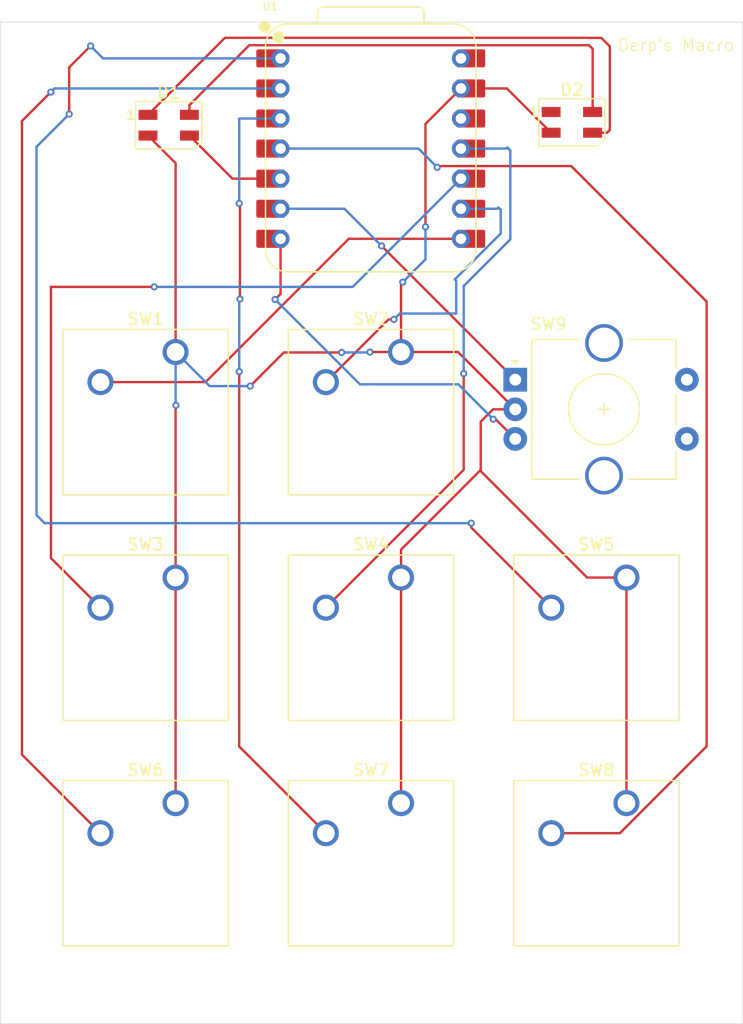
<source format=kicad_pcb>
(kicad_pcb (version 20241229) (generator "pcbnew") (generator_version "9.0")
  (layers (0 "F.Cu" signal) (2 "B.Cu" signal) (13 "F.Paste" user) (15 "B.Paste" user) (5 "F.SilkS" user "F.Silkscreen") (7 "B.SilkS" user "B.Silkscreen") (1 "F.Mask" user) (3 "B.Mask" user) (25 "Edge.Cuts" user))
  (net 0 "")
  (net 1 "Net-(D1-VDD)")
  (net 2 "GND")
  (net 3 "Net-(D1-DIN)")
  (net 4 "Net-(D1-DOUT)")
  (net 6 "Net-(U1-GPIO1{slash}RX)")
  (net 7 "Net-(U1-GPIO2{slash}SCK)")
  (net 8 "Net-(U1-GPIO4{slash}MISO)")
  (net 9 "Net-(U1-GPIO3{slash}MOSI)")
  (net 10 "Net-(U1-GPIO26{slash}ADC0{slash}A0)")
  (net 11 "Net-(U1-GPIO27{slash}ADC1{slash}A1)")
  (net 12 "Net-(U1-GPIO28{slash}ADC2{slash}A2)")
  (net 13 "Net-(U1-GPIO29{slash}ADC3{slash}A3)")
  (net 14 "Net-(U1-GPIO0{slash}TX)")
  (net 15 "Net-(U1-GPIO7{slash}SCL)")
  (net 16 "+5V")
  (footprint "LED_SMD:LED_SK6812MINI_PLCC4_3.5x3.5mm_P1.75mm" (layer "F.Cu") (at 106.73 37.675)
    (property "Reference" "D1" (at 0 -2.75 0) (layer "F.SilkS"))
    (property "Value" "SK6812MINI")
    (fp_line (start -2.8 -2) (end -2.8 2) (stroke (width 0.12)) (layer "F.SilkS"))
    (fp_line (start -2.8 -2) (end 2.8 -2) (stroke (width 0.12)) (layer "F.SilkS"))
    (fp_line (start -2.8 2) (end 2.2 2) (stroke (width 0.12)) (layer "F.SilkS"))
    (fp_line (start 2.8 1.4) (end 2.2 2) (stroke (width 0.12)) (layer "F.SilkS"))
    (fp_line (start 2.8 1.4) (end 2.8 -2) (stroke (width 0.12)) (layer "F.SilkS"))
    (fp_text user "1" (at -3.2 -0.875 0) (layer "F.SilkS") (effects (font (size 0.8 0.8))))
    (pad "1" smd rect (at -1.75 -0.875) (size 1.6 0.85) (layers "F.Cu" "F.Mask" "F.Paste") (net 4 "Net-(D1-DOUT)"))
    (pad "2" smd rect (at -1.75 0.875) (size 1.6 0.85) (layers "F.Cu" "F.Mask" "F.Paste") (net 2 "GND"))
    (pad "3" smd rect (at 1.75 0.875) (size 1.6 0.85) (layers "F.Cu" "F.Mask" "F.Paste") (net 3 "Net-(D1-DIN)"))
    (pad "4" smd rect (at 1.75 -0.875) (size 1.6 0.85) (layers "F.Cu" "F.Mask" "F.Paste") (net 1 "Net-(D1-VDD)"))
  )
  (footprint "Button_Switch_Keyboard:SW_Cherry_MX_1.00u_PCB" (layer "F.Cu") (at 107.315 94.9325)
    (property "Reference" "SW6" (at -2.54 -2.794 0) (layer "F.SilkS"))
    (property "Value" "SW_Push")
    (fp_line (start -9.525 -1.905) (end 4.445 -1.905) (stroke (width 0.12)) (layer "F.SilkS"))
    (fp_line (start -9.525 12.065) (end -9.525 -1.905) (stroke (width 0.12)) (layer "F.SilkS"))
    (fp_line (start 4.445 -1.905) (end 4.445 12.065) (stroke (width 0.12)) (layer "F.SilkS"))
    (fp_line (start 4.445 12.065) (end -9.525 12.065) (stroke (width 0.12)) (layer "F.SilkS"))
    (pad "" np_thru_hole circle (at -7.62 5.08) (size 1.7 1.7) (drill 1.7) (layers "*.Cu" "*.Mask"))
    (pad "" np_thru_hole circle (at -2.54 5.08) (size 4 4) (drill 4) (layers "*.Cu" "*.Mask"))
    (pad "" np_thru_hole circle (at 2.54 5.08) (size 1.7 1.7) (drill 1.7) (layers "*.Cu" "*.Mask"))
    (pad "1" thru_hole circle (at 0 0) (size 2.2 2.2) (drill 1.5) (layers "*.Cu" "*.Mask") (net 2 "GND"))
    (pad "2" thru_hole circle (at -6.35 2.54) (size 2.2 2.2) (drill 1.5) (layers "*.Cu" "*.Mask") (net 11 "Net-(U1-GPIO27{slash}ADC1{slash}A1)"))
  )
  (footprint "OPL Lib:XIAO-RP2040-DIP" (layer "F.Cu") (at 123.805 39.65)
    (property "Reference" "U1" (at -8.5 -12 0) (layer "F.SilkS") (effects (font (size 0.635 0.635) (thickness 0.1016))))
    (property "Value" "XIAO-RP2040-DIP")
    (fp_line (start -8.89 8.509) (end -8.89 -8.636) (stroke (width 0.127)) (layer "F.SilkS"))
    (fp_line (start -6.985 10.414) (end 6.985 10.414) (stroke (width 0.127)) (layer "F.SilkS"))
    (fp_line (start -4.495 -10.541) (end -4.491272 -11.451272) (stroke (width 0.127)) (layer "F.SilkS"))
    (fp_line (start -3.991272 -11.951) (end 4.004 -11.951) (stroke (width 0.127)) (layer "F.SilkS"))
    (fp_line (start 4.504 -11.451) (end 4.504 -10.541) (stroke (width 0.127)) (layer "F.SilkS"))
    (fp_line (start 6.985 -10.541) (end -6.985 -10.541) (stroke (width 0.1)) (layer "F.SilkS"))
    (fp_line (start 6.985 -10.541) (end -6.985 -10.541) (stroke (width 0.127)) (layer "F.SilkS"))
    (fp_line (start 8.89 8.509) (end 8.89 -8.636) (stroke (width 0.127)) (layer "F.SilkS"))
    (fp_arc (start -8.89 -8.636) (mid -8.332038 -9.983038) (end -6.985 -10.541) (stroke (width 0.127)) (layer "F.SilkS"))
    (fp_arc (start -6.985 10.414) (mid -8.332038 9.856038) (end -8.89 8.509) (stroke (width 0.127)) (layer "F.SilkS"))
    (fp_arc (start -4.491272 -11.451272) (mid -4.344728 -11.80464) (end -3.991272 -11.951) (stroke (width 0.127)) (layer "F.SilkS"))
    (fp_arc (start 4.004 -11.951) (mid 4.357553 -11.804553) (end 4.504 -11.451) (stroke (width 0.127)) (layer "F.SilkS"))
    (fp_arc (start 6.985 -10.541) (mid 8.332038 -9.983038) (end 8.89 -8.636) (stroke (width 0.127)) (layer "F.SilkS"))
    (fp_arc (start 8.89 8.509) (mid 8.332038 9.856038) (end 6.985 10.414) (stroke (width 0.127)) (layer "F.SilkS"))
    (fp_circle (center -8.95 -10.3) (end -8.95 -10.554) (stroke (width 0.5)) (fill yes) (layer "F.SilkS"))
    (fp_circle (center -7.807 -9.42) (end -7.807 -9.674) (stroke (width 0.5)) (fill yes) (layer "F.SilkS"))
    (pad "1" smd roundrect (at -8.455 -7.62 180) (size 2.432 1.524) (layers "F.Cu" "F.Mask") (roundrect_rratio 0.1) (net 10 "Net-(U1-GPIO26{slash}ADC0{slash}A0)"))
    (pad "1" thru_hole circle (at -7.62 -7.62 180) (size 1.524 1.524) (drill 0.889) (layers "*.Cu" "*.Mask") (net 10 "Net-(U1-GPIO26{slash}ADC0{slash}A0)"))
    (pad "2" smd roundrect (at -8.455 -5.08 180) (size 2.432 1.524) (layers "F.Cu" "F.Mask") (roundrect_rratio 0.1) (net 11 "Net-(U1-GPIO27{slash}ADC1{slash}A1)"))
    (pad "2" thru_hole circle (at -7.62 -5.08 180) (size 1.524 1.524) (drill 0.889) (layers "*.Cu" "*.Mask") (net 11 "Net-(U1-GPIO27{slash}ADC1{slash}A1)"))
    (pad "3" smd roundrect (at -8.455 -2.54 180) (size 2.432 1.524) (layers "F.Cu" "F.Mask") (roundrect_rratio 0.1) (net 12 "Net-(U1-GPIO28{slash}ADC2{slash}A2)"))
    (pad "3" thru_hole circle (at -7.62 -2.54 180) (size 1.524 1.524) (drill 0.889) (layers "*.Cu" "*.Mask") (net 12 "Net-(U1-GPIO28{slash}ADC2{slash}A2)"))
    (pad "4" smd roundrect (at -8.455 0 180) (size 2.432 1.524) (layers "F.Cu" "F.Mask") (roundrect_rratio 0.1) (net 13 "Net-(U1-GPIO29{slash}ADC3{slash}A3)"))
    (pad "4" thru_hole circle (at -7.62 0 180) (size 1.524 1.524) (drill 0.889) (layers "*.Cu" "*.Mask") (net 13 "Net-(U1-GPIO29{slash}ADC3{slash}A3)"))
    (pad "5" smd roundrect (at -8.455 2.54 180) (size 2.432 1.524) (layers "F.Cu" "F.Mask") (roundrect_rratio 0.1) (net 3 "Net-(D1-DIN)"))
    (pad "5" thru_hole circle (at -7.62 2.54 180) (size 1.524 1.524) (drill 0.889) (layers "*.Cu" "*.Mask") (net 3 "Net-(D1-DIN)"))
    (pad "6" smd roundrect (at -8.455 5.08 180) (size 2.432 1.524) (layers "F.Cu" "F.Mask") (roundrect_rratio 0.1) (net 15 "Net-(U1-GPIO7{slash}SCL)"))
    (pad "6" thru_hole circle (at -7.62 5.08 180) (size 1.524 1.524) (drill 0.889) (layers "*.Cu" "*.Mask") (net 15 "Net-(U1-GPIO7{slash}SCL)"))
    (pad "7" smd roundrect (at -8.455 7.62 180) (size 2.432 1.524) (layers "F.Cu" "F.Mask") (roundrect_rratio 0.1) (net 14 "Net-(U1-GPIO0{slash}TX)"))
    (pad "7" thru_hole circle (at -7.62 7.62 180) (size 1.524 1.524) (drill 0.889) (layers "*.Cu" "*.Mask") (net 14 "Net-(U1-GPIO0{slash}TX)"))
    (pad "8" thru_hole circle (at 7.62 7.62) (size 1.524 1.524) (drill 0.889) (layers "*.Cu" "*.Mask") (net 6 "Net-(U1-GPIO1{slash}RX)"))
    (pad "8" smd roundrect (at 8.455 7.62) (size 2.432 1.524) (layers "F.Cu" "F.Mask") (roundrect_rratio 0.1) (net 6 "Net-(U1-GPIO1{slash}RX)"))
    (pad "9" thru_hole circle (at 7.62 5.08) (size 1.524 1.524) (drill 0.889) (layers "*.Cu" "*.Mask") (net 7 "Net-(U1-GPIO2{slash}SCK)"))
    (pad "9" smd roundrect (at 8.455 5.08) (size 2.432 1.524) (layers "F.Cu" "F.Mask") (roundrect_rratio 0.1) (net 7 "Net-(U1-GPIO2{slash}SCK)"))
    (pad "10" thru_hole circle (at 7.62 2.54) (size 1.524 1.524) (drill 0.889) (layers "*.Cu" "*.Mask") (net 8 "Net-(U1-GPIO4{slash}MISO)"))
    (pad "10" smd roundrect (at 8.455 2.54) (size 2.432 1.524) (layers "F.Cu" "F.Mask") (roundrect_rratio 0.1) (net 8 "Net-(U1-GPIO4{slash}MISO)"))
    (pad "11" thru_hole circle (at 7.62 0) (size 1.524 1.524) (drill 0.889) (layers "*.Cu" "*.Mask") (net 9 "Net-(U1-GPIO3{slash}MOSI)"))
    (pad "11" smd roundrect (at 8.455 0) (size 2.432 1.524) (layers "F.Cu" "F.Mask") (roundrect_rratio 0.1) (net 9 "Net-(U1-GPIO3{slash}MOSI)"))
    (pad "12" thru_hole circle (at 7.62 -2.54) (size 1.524 1.524) (drill 0.889) (layers "*.Cu" "*.Mask"))
    (pad "12" smd roundrect (at 8.455 -2.54) (size 2.432 1.524) (layers "F.Cu" "F.Mask") (roundrect_rratio 0.1))
    (pad "13" thru_hole circle (at 7.62 -5.08) (size 1.524 1.524) (drill 0.889) (layers "*.Cu" "*.Mask") (net 2 "GND"))
    (pad "13" smd roundrect (at 8.455 -5.08) (size 2.432 1.524) (layers "F.Cu" "F.Mask") (roundrect_rratio 0.1) (net 2 "GND"))
    (pad "14" thru_hole circle (at 7.62 -7.62) (size 1.524 1.524) (drill 0.889) (layers "*.Cu" "*.Mask") (net 16 "+5V"))
    (pad "14" smd roundrect (at 8.455 -7.62) (size 2.432 1.524) (layers "F.Cu" "F.Mask") (roundrect_rratio 0.1) (net 16 "+5V"))
  )
  (footprint "Button_Switch_Keyboard:SW_Cherry_MX_1.00u_PCB" (layer "F.Cu") (at 145.415 75.8825)
    (property "Reference" "SW5" (at -2.54 -2.794 0) (layer "F.SilkS"))
    (property "Value" "SW_Push")
    (fp_line (start -9.525 -1.905) (end 4.445 -1.905) (stroke (width 0.12)) (layer "F.SilkS"))
    (fp_line (start -9.525 12.065) (end -9.525 -1.905) (stroke (width 0.12)) (layer "F.SilkS"))
    (fp_line (start 4.445 -1.905) (end 4.445 12.065) (stroke (width 0.12)) (layer "F.SilkS"))
    (fp_line (start 4.445 12.065) (end -9.525 12.065) (stroke (width 0.12)) (layer "F.SilkS"))
    (pad "" np_thru_hole circle (at -7.62 5.08) (size 1.7 1.7) (drill 1.7) (layers "*.Cu" "*.Mask"))
    (pad "" np_thru_hole circle (at -2.54 5.08) (size 4 4) (drill 4) (layers "*.Cu" "*.Mask"))
    (pad "" np_thru_hole circle (at 2.54 5.08) (size 1.7 1.7) (drill 1.7) (layers "*.Cu" "*.Mask"))
    (pad "1" thru_hole circle (at 0 0) (size 2.2 2.2) (drill 1.5) (layers "*.Cu" "*.Mask") (net 2 "GND"))
    (pad "2" thru_hole circle (at -6.35 2.54) (size 2.2 2.2) (drill 1.5) (layers "*.Cu" "*.Mask") (net 10 "Net-(U1-GPIO26{slash}ADC0{slash}A0)"))
  )
  (footprint "LED_SMD:LED_SK6812MINI_PLCC4_3.5x3.5mm_P1.75mm" (layer "F.Cu") (at 140.8 37.435)
    (property "Reference" "D2" (at 0 -2.75 0) (layer "F.SilkS"))
    (property "Value" "SK6812MINI")
    (fp_line (start -2.8 -2) (end -2.8 2) (stroke (width 0.12)) (layer "F.SilkS"))
    (fp_line (start -2.8 -2) (end 2.8 -2) (stroke (width 0.12)) (layer "F.SilkS"))
    (fp_line (start -2.8 2) (end 2.2 2) (stroke (width 0.12)) (layer "F.SilkS"))
    (fp_line (start 2.8 1.4) (end 2.2 2) (stroke (width 0.12)) (layer "F.SilkS"))
    (fp_line (start 2.8 1.4) (end 2.8 -2) (stroke (width 0.12)) (layer "F.SilkS"))
    (fp_text user "1" (at -3.2 -0.875 0) (layer "F.SilkS") (effects (font (size 0.8 0.8))))
    (pad "1" smd rect (at -1.75 -0.875) (size 1.6 0.85) (layers "F.Cu" "F.Mask" "F.Paste"))
    (pad "2" smd rect (at -1.75 0.875) (size 1.6 0.85) (layers "F.Cu" "F.Mask" "F.Paste") (net 2 "GND"))
    (pad "3" smd rect (at 1.75 0.875) (size 1.6 0.85) (layers "F.Cu" "F.Mask" "F.Paste") (net 4 "Net-(D1-DOUT)"))
    (pad "4" smd rect (at 1.75 -0.875) (size 1.6 0.85) (layers "F.Cu" "F.Mask" "F.Paste") (net 1 "Net-(D1-VDD)"))
  )
  (footprint "Rotary_Encoder:RotaryEncoder_Alps_EC11E-Switch_Vertical_H20mm_CircularMountingHoles" (layer "F.Cu") (at 136.02 59.17)
    (property "Reference" "SW9" (at 2.8 -4.7 0) (layer "F.SilkS"))
    (property "Value" "RotaryEncoder")
    (fp_line (start -0.3 -1.6) (end 0.3 -1.6) (stroke (width 0.12)) (layer "F.SilkS"))
    (fp_line (start 0 -1.3) (end -0.3 -1.6) (stroke (width 0.12)) (layer "F.SilkS"))
    (fp_line (start 0.3 -1.6) (end 0 -1.3) (stroke (width 0.12)) (layer "F.SilkS"))
    (fp_line (start 1.4 -3.4) (end 1.4 8.4) (stroke (width 0.12)) (layer "F.SilkS"))
    (fp_line (start 5.5 -3.4) (end 1.4 -3.4) (stroke (width 0.12)) (layer "F.SilkS"))
    (fp_line (start 5.5 8.4) (end 1.4 8.4) (stroke (width 0.12)) (layer "F.SilkS"))
    (fp_line (start 7 2.5) (end 8 2.5) (stroke (width 0.12)) (layer "F.SilkS"))
    (fp_line (start 7.5 2) (end 7.5 3) (stroke (width 0.12)) (layer "F.SilkS"))
    (fp_line (start 9.5 -3.4) (end 13.6 -3.4) (stroke (width 0.12)) (layer "F.SilkS"))
    (fp_line (start 13.6 -3.4) (end 13.6 -1) (stroke (width 0.12)) (layer "F.SilkS"))
    (fp_line (start 13.6 1.2) (end 13.6 3.8) (stroke (width 0.12)) (layer "F.SilkS"))
    (fp_line (start 13.6 6) (end 13.6 8.4) (stroke (width 0.12)) (layer "F.SilkS"))
    (fp_line (start 13.6 8.4) (end 9.5 8.4) (stroke (width 0.12)) (layer "F.SilkS"))
    (fp_circle (center 7.5 2.5) (end 10.5 2.5) (stroke (width 0.12)) (fill no) (layer "F.SilkS"))
    (pad "A" thru_hole rect (at 0 0) (size 2 2) (drill 1) (layers "*.Cu" "*.Mask") (net 15 "Net-(U1-GPIO7{slash}SCL)"))
    (pad "B" thru_hole circle (at 0 5) (size 2 2) (drill 1) (layers "*.Cu" "*.Mask") (net 14 "Net-(U1-GPIO0{slash}TX)"))
    (pad "C" thru_hole circle (at 0 2.5) (size 2 2) (drill 1) (layers "*.Cu" "*.Mask") (net 2 "GND"))
    (pad "MP" thru_hole circle (at 7.5 -3.1) (size 3.2 3.2) (drill 2.6) (layers "*.Cu" "*.Mask"))
    (pad "MP" thru_hole circle (at 7.5 8.1) (size 3.2 3.2) (drill 2.6) (layers "*.Cu" "*.Mask"))
    (pad "S1" thru_hole circle (at 14.5 5) (size 2 2) (drill 1) (layers "*.Cu" "*.Mask"))
    (pad "S2" thru_hole circle (at 14.5 0) (size 2 2) (drill 1) (layers "*.Cu" "*.Mask"))
  )
  (footprint "Button_Switch_Keyboard:SW_Cherry_MX_1.00u_PCB" (layer "F.Cu") (at 107.315 56.8325)
    (property "Reference" "SW1" (at -2.54 -2.794 0) (layer "F.SilkS"))
    (property "Value" "SW_Push")
    (fp_line (start -9.525 -1.905) (end 4.445 -1.905) (stroke (width 0.12)) (layer "F.SilkS"))
    (fp_line (start -9.525 12.065) (end -9.525 -1.905) (stroke (width 0.12)) (layer "F.SilkS"))
    (fp_line (start 4.445 -1.905) (end 4.445 12.065) (stroke (width 0.12)) (layer "F.SilkS"))
    (fp_line (start 4.445 12.065) (end -9.525 12.065) (stroke (width 0.12)) (layer "F.SilkS"))
    (pad "" np_thru_hole circle (at -7.62 5.08) (size 1.7 1.7) (drill 1.7) (layers "*.Cu" "*.Mask"))
    (pad "" np_thru_hole circle (at -2.54 5.08) (size 4 4) (drill 4) (layers "*.Cu" "*.Mask"))
    (pad "" np_thru_hole circle (at 2.54 5.08) (size 1.7 1.7) (drill 1.7) (layers "*.Cu" "*.Mask"))
    (pad "1" thru_hole circle (at 0 0) (size 2.2 2.2) (drill 1.5) (layers "*.Cu" "*.Mask") (net 2 "GND"))
    (pad "2" thru_hole circle (at -6.35 2.54) (size 2.2 2.2) (drill 1.5) (layers "*.Cu" "*.Mask") (net 6 "Net-(U1-GPIO1{slash}RX)"))
  )
  (footprint "Button_Switch_Keyboard:SW_Cherry_MX_1.00u_PCB" (layer "F.Cu") (at 126.365 56.8325)
    (property "Reference" "SW2" (at -2.54 -2.794 0) (layer "F.SilkS"))
    (property "Value" "SW_Push")
    (fp_line (start -9.525 -1.905) (end 4.445 -1.905) (stroke (width 0.12)) (layer "F.SilkS"))
    (fp_line (start -9.525 12.065) (end -9.525 -1.905) (stroke (width 0.12)) (layer "F.SilkS"))
    (fp_line (start 4.445 -1.905) (end 4.445 12.065) (stroke (width 0.12)) (layer "F.SilkS"))
    (fp_line (start 4.445 12.065) (end -9.525 12.065) (stroke (width 0.12)) (layer "F.SilkS"))
    (pad "" np_thru_hole circle (at -7.62 5.08) (size 1.7 1.7) (drill 1.7) (layers "*.Cu" "*.Mask"))
    (pad "" np_thru_hole circle (at -2.54 5.08) (size 4 4) (drill 4) (layers "*.Cu" "*.Mask"))
    (pad "" np_thru_hole circle (at 2.54 5.08) (size 1.7 1.7) (drill 1.7) (layers "*.Cu" "*.Mask"))
    (pad "1" thru_hole circle (at 0 0) (size 2.2 2.2) (drill 1.5) (layers "*.Cu" "*.Mask") (net 2 "GND"))
    (pad "2" thru_hole circle (at -6.35 2.54) (size 2.2 2.2) (drill 1.5) (layers "*.Cu" "*.Mask") (net 7 "Net-(U1-GPIO2{slash}SCK)"))
  )
  (footprint "Button_Switch_Keyboard:SW_Cherry_MX_1.00u_PCB" (layer "F.Cu") (at 126.365 75.8825)
    (property "Reference" "SW4" (at -2.54 -2.794 0) (layer "F.SilkS"))
    (property "Value" "SW_Push")
    (fp_line (start -9.525 -1.905) (end 4.445 -1.905) (stroke (width 0.12)) (layer "F.SilkS"))
    (fp_line (start -9.525 12.065) (end -9.525 -1.905) (stroke (width 0.12)) (layer "F.SilkS"))
    (fp_line (start 4.445 -1.905) (end 4.445 12.065) (stroke (width 0.12)) (layer "F.SilkS"))
    (fp_line (start 4.445 12.065) (end -9.525 12.065) (stroke (width 0.12)) (layer "F.SilkS"))
    (pad "" np_thru_hole circle (at -7.62 5.08) (size 1.7 1.7) (drill 1.7) (layers "*.Cu" "*.Mask"))
    (pad "" np_thru_hole circle (at -2.54 5.08) (size 4 4) (drill 4) (layers "*.Cu" "*.Mask"))
    (pad "" np_thru_hole circle (at 2.54 5.08) (size 1.7 1.7) (drill 1.7) (layers "*.Cu" "*.Mask"))
    (pad "1" thru_hole circle (at 0 0) (size 2.2 2.2) (drill 1.5) (layers "*.Cu" "*.Mask") (net 2 "GND"))
    (pad "2" thru_hole circle (at -6.35 2.54) (size 2.2 2.2) (drill 1.5) (layers "*.Cu" "*.Mask") (net 9 "Net-(U1-GPIO3{slash}MOSI)"))
  )
  (footprint "Button_Switch_Keyboard:SW_Cherry_MX_1.00u_PCB" (layer "F.Cu") (at 107.315 75.8825)
    (property "Reference" "SW3" (at -2.54 -2.794 0) (layer "F.SilkS"))
    (property "Value" "SW_Push")
    (fp_line (start -9.525 -1.905) (end 4.445 -1.905) (stroke (width 0.12)) (layer "F.SilkS"))
    (fp_line (start -9.525 12.065) (end -9.525 -1.905) (stroke (width 0.12)) (layer "F.SilkS"))
    (fp_line (start 4.445 -1.905) (end 4.445 12.065) (stroke (width 0.12)) (layer "F.SilkS"))
    (fp_line (start 4.445 12.065) (end -9.525 12.065) (stroke (width 0.12)) (layer "F.SilkS"))
    (pad "" np_thru_hole circle (at -7.62 5.08) (size 1.7 1.7) (drill 1.7) (layers "*.Cu" "*.Mask"))
    (pad "" np_thru_hole circle (at -2.54 5.08) (size 4 4) (drill 4) (layers "*.Cu" "*.Mask"))
    (pad "" np_thru_hole circle (at 2.54 5.08) (size 1.7 1.7) (drill 1.7) (layers "*.Cu" "*.Mask"))
    (pad "1" thru_hole circle (at 0 0) (size 2.2 2.2) (drill 1.5) (layers "*.Cu" "*.Mask") (net 2 "GND"))
    (pad "2" thru_hole circle (at -6.35 2.54) (size 2.2 2.2) (drill 1.5) (layers "*.Cu" "*.Mask") (net 8 "Net-(U1-GPIO4{slash}MISO)"))
  )
  (footprint "Button_Switch_Keyboard:SW_Cherry_MX_1.00u_PCB" (layer "F.Cu") (at 145.415 94.9325)
    (property "Reference" "SW8" (at -2.54 -2.794 0) (layer "F.SilkS"))
    (property "Value" "SW_Push")
    (fp_line (start -9.525 -1.905) (end 4.445 -1.905) (stroke (width 0.12)) (layer "F.SilkS"))
    (fp_line (start -9.525 12.065) (end -9.525 -1.905) (stroke (width 0.12)) (layer "F.SilkS"))
    (fp_line (start 4.445 -1.905) (end 4.445 12.065) (stroke (width 0.12)) (layer "F.SilkS"))
    (fp_line (start 4.445 12.065) (end -9.525 12.065) (stroke (width 0.12)) (layer "F.SilkS"))
    (pad "" np_thru_hole circle (at -7.62 5.08) (size 1.7 1.7) (drill 1.7) (layers "*.Cu" "*.Mask"))
    (pad "" np_thru_hole circle (at -2.54 5.08) (size 4 4) (drill 4) (layers "*.Cu" "*.Mask"))
    (pad "" np_thru_hole circle (at 2.54 5.08) (size 1.7 1.7) (drill 1.7) (layers "*.Cu" "*.Mask"))
    (pad "1" thru_hole circle (at 0 0) (size 2.2 2.2) (drill 1.5) (layers "*.Cu" "*.Mask") (net 2 "GND"))
    (pad "2" thru_hole circle (at -6.35 2.54) (size 2.2 2.2) (drill 1.5) (layers "*.Cu" "*.Mask") (net 13 "Net-(U1-GPIO29{slash}ADC3{slash}A3)"))
  )
  (footprint "Button_Switch_Keyboard:SW_Cherry_MX_1.00u_PCB" (layer "F.Cu") (at 126.365 94.9325)
    (property "Reference" "SW7" (at -2.54 -2.794 0) (layer "F.SilkS"))
    (property "Value" "SW_Push")
    (fp_line (start -9.525 -1.905) (end 4.445 -1.905) (stroke (width 0.12)) (layer "F.SilkS"))
    (fp_line (start -9.525 12.065) (end -9.525 -1.905) (stroke (width 0.12)) (layer "F.SilkS"))
    (fp_line (start 4.445 -1.905) (end 4.445 12.065) (stroke (width 0.12)) (layer "F.SilkS"))
    (fp_line (start 4.445 12.065) (end -9.525 12.065) (stroke (width 0.12)) (layer "F.SilkS"))
    (pad "" np_thru_hole circle (at -7.62 5.08) (size 1.7 1.7) (drill 1.7) (layers "*.Cu" "*.Mask"))
    (pad "" np_thru_hole circle (at -2.54 5.08) (size 4 4) (drill 4) (layers "*.Cu" "*.Mask"))
    (pad "" np_thru_hole circle (at 2.54 5.08) (size 1.7 1.7) (drill 1.7) (layers "*.Cu" "*.Mask"))
    (pad "1" thru_hole circle (at 0 0) (size 2.2 2.2) (drill 1.5) (layers "*.Cu" "*.Mask") (net 2 "GND"))
    (pad "2" thru_hole circle (at -6.35 2.54) (size 2.2 2.2) (drill 1.5) (layers "*.Cu" "*.Mask") (net 12 "Net-(U1-GPIO28{slash}ADC2{slash}A2)"))
  )
  (gr_rect (start 92.5 28.96) (end 155.24 113.57) (stroke (width 0.05)) (fill no) (layer "Edge.Cuts"))
  (gr_text "Derp's Macro" (at 144.59 31.51 0) (layer "F.SilkS") (effects (font (size 1 1) (thickness 0.1)) (justify left bottom)))
  (segment (start 108.48 35.98) (end 113.54 30.92) (width 0.2) (layer "F.Cu") (net 1))
  (segment (start 108.48 36.8) (end 108.48 35.98) (width 0.2) (layer "F.Cu") (net 1))
  (segment (start 142.56 31.23) (end 142.56 36.56) (width 0.2) (layer "F.Cu") (net 1))
  (segment (start 142.25 30.92) (end 142.56 31.23) (width 0.2) (layer "F.Cu") (net 1))
  (segment (start 113.54 30.92) (end 142.25 30.92) (width 0.2) (layer "F.Cu") (net 1))
  (segment (start 142.56 36.56) (end 142.55 36.56) (width 0.2) (layer "F.Cu") (net 1))
  (segment (start 126.365 75.8825) (end 126.365 73.525) (width 0.2) (layer "F.Cu") (net 2))
  (segment (start 135.31 34.57) (end 139.05 38.31) (width 0.2) (layer "F.Cu") (net 2))
  (segment (start 107.315 75.8825) (end 107.315 61.365) (width 0.2) (layer "F.Cu") (net 2))
  (segment (start 128.43 37.565) (end 131.425 34.57) (width 0.2) (layer "F.Cu") (net 2))
  (segment (start 136.02 61.67) (end 131.1825 56.8325) (width 0.2) (layer "F.Cu") (net 2))
  (segment (start 107.315 61.365) (end 107.34 61.34) (width 0.2) (layer "F.Cu") (net 2))
  (segment (start 126.365 56.8325) (end 126.365 51.075) (width 0.2) (layer "F.Cu") (net 2))
  (segment (start 133.05 66.84) (end 133.1 66.79) (width 0.2) (layer "F.Cu") (net 2))
  (segment (start 107.315 40.885) (end 104.98 38.55) (width 0.2) (layer "F.Cu") (net 2))
  (segment (start 126.365 73.525) (end 133.05 66.84) (width 0.2) (layer "F.Cu") (net 2))
  (segment (start 131.425 34.57) (end 135.31 34.57) (width 0.2) (layer "F.Cu") (net 2))
  (segment (start 123.7475 56.8325) (end 123.74 56.84) (width 0.2) (layer "F.Cu") (net 2))
  (segment (start 128.43 46.26) (end 128.43 37.565) (width 0.2) (layer "F.Cu") (net 2))
  (segment (start 121.35 56.87) (end 116.46 56.87) (width 0.2) (layer "F.Cu") (net 2))
  (segment (start 126.365 56.8325) (end 123.7475 56.8325) (width 0.2) (layer "F.Cu") (net 2))
  (segment (start 133.1 62.71) (end 134.14 61.67) (width 0.2) (layer "F.Cu") (net 2))
  (segment (start 131.1825 56.8325) (end 126.365 56.8325) (width 0.2) (layer "F.Cu") (net 2))
  (segment (start 126.365 51.075) (end 126.51 50.93) (width 0.2) (layer "F.Cu") (net 2))
  (segment (start 107.315 94.9325) (end 107.315 75.8825) (width 0.2) (layer "F.Cu") (net 2))
  (segment (start 145.415 94.9325) (end 145.415 75.8825) (width 0.2) (layer "F.Cu") (net 2))
  (segment (start 126.365 94.9325) (end 126.365 75.8825) (width 0.2) (layer "F.Cu") (net 2))
  (segment (start 142.0925 75.8825) (end 133.05 66.84) (width 0.2) (layer "F.Cu") (net 2))
  (segment (start 116.46 56.87) (end 113.62 59.71) (width 0.2) (layer "F.Cu") (net 2))
  (segment (start 134.14 61.67) (end 136.02 61.67) (width 0.2) (layer "F.Cu") (net 2))
  (segment (start 133.1 66.79) (end 133.1 62.71) (width 0.2) (layer "F.Cu") (net 2))
  (segment (start 145.415 75.8825) (end 142.0925 75.8825) (width 0.2) (layer "F.Cu") (net 2))
  (segment (start 107.315 56.8325) (end 107.315 40.885) (width 0.2) (layer "F.Cu") (net 2))
  (via (at 107.34 61.34) (size 0.6) (drill 0.3) (layers "F.Cu" "B.Cu") (net 2))
  (via (at 121.35 56.87) (size 0.6) (drill 0.3) (layers "F.Cu" "B.Cu") (net 2))
  (via (at 128.43 46.26) (size 0.6) (drill 0.3) (layers "F.Cu" "B.Cu") (net 2))
  (via (at 123.74 56.84) (size 0.6) (drill 0.3) (layers "F.Cu" "B.Cu") (net 2))
  (via (at 126.51 50.93) (size 0.6) (drill 0.3) (layers "F.Cu" "B.Cu") (net 2))
  (via (at 113.62 59.71) (size 0.6) (drill 0.3) (layers "F.Cu" "B.Cu") (net 2))
  (segment (start 110.1925 59.71) (end 107.315 56.8325) (width 0.2) (layer "B.Cu") (net 2))
  (segment (start 126.51 50.93) (end 128.43 49.01) (width 0.2) (layer "B.Cu") (net 2))
  (segment (start 107.315 61.315) (end 107.315 56.8325) (width 0.2) (layer "B.Cu") (net 2))
  (segment (start 113.62 59.71) (end 110.1925 59.71) (width 0.2) (layer "B.Cu") (net 2))
  (segment (start 123.71 56.87) (end 121.35 56.87) (width 0.2) (layer "B.Cu") (net 2))
  (segment (start 123.74 56.84) (end 123.71 56.87) (width 0.2) (layer "B.Cu") (net 2))
  (segment (start 107.34 61.34) (end 107.315 61.315) (width 0.2) (layer "B.Cu") (net 2))
  (segment (start 128.43 49.01) (end 128.43 46.26) (width 0.2) (layer "B.Cu") (net 2))
  (segment (start 108.48 38.55) (end 112.12 42.19) (width 0.2) (layer "F.Cu") (net 3))
  (segment (start 112.12 42.19) (end 116.185 42.19) (width 0.2) (layer "F.Cu") (net 3))
  (segment (start 104.98 36.8) (end 111.49 30.29) (width 0.2) (layer "F.Cu") (net 4))
  (segment (start 142.3 30.3) (end 143.29 30.3) (width 0.2) (layer "F.Cu") (net 4))
  (segment (start 143.78 38.31) (end 142.55 38.31) (width 0.2) (layer "F.Cu") (net 4))
  (segment (start 142.29 30.29) (end 142.3 30.3) (width 0.2) (layer "F.Cu") (net 4))
  (segment (start 144.01 38.08) (end 143.78 38.31) (width 0.2) (layer "F.Cu") (net 4))
  (segment (start 111.49 30.29) (end 142.29 30.29) (width 0.2) (layer "F.Cu") (net 4))
  (segment (start 144.01 31.02) (end 144.01 38.08) (width 0.2) (layer "F.Cu") (net 4))
  (segment (start 143.29 30.3) (end 144.01 31.02) (width 0.2) (layer "F.Cu") (net 4))
  (segment (start 121.95 47.27) (end 131.425 47.27) (width 0.2) (layer "F.Cu") (net 6))
  (segment (start 100.965 59.3725) (end 109.8475 59.3725) (width 0.2) (layer "F.Cu") (net 6))
  (segment (start 109.8475 59.3725) (end 121.95 47.27) (width 0.2) (layer "F.Cu") (net 6))
  (segment (start 120.015 59.3725) (end 125.3075 54.08) (width 0.2) (layer "F.Cu") (net 7))
  (segment (start 125.3075 54.08) (end 125.765 54.08) (width 0.2) (layer "F.Cu") (net 7))
  (via (at 125.765 54.08) (size 0.6) (drill 0.3) (layers "F.Cu" "B.Cu") (net 7))
  (segment (start 134.79 46.82) (end 134.79 44.82) (width 0.2) (layer "B.Cu") (net 7))
  (segment (start 126.265 53.58) (end 131.03 53.58) (width 0.2) (layer "B.Cu") (net 7))
  (segment (start 131.03 50.82) (end 130.91 50.7) (width 0.2) (layer "B.Cu") (net 7))
  (segment (start 125.765 54.08) (end 126.265 53.58) (width 0.2) (layer "B.Cu") (net 7))
  (segment (start 134.5 44.73) (end 131.425 44.73) (width 0.2) (layer "B.Cu") (net 7))
  (segment (start 131.03 53.58) (end 131.03 50.82) (width 0.2) (layer "B.Cu") (net 7))
  (segment (start 134.79 44.82) (end 134.6 44.63) (width 0.2) (layer "B.Cu") (net 7))
  (segment (start 134.6 44.63) (end 134.5 44.73) (width 0.2) (layer "B.Cu") (net 7))
  (segment (start 130.91 50.7) (end 134.79 46.82) (width 0.2) (layer "B.Cu") (net 7))
  (segment (start 96.78 51.33) (end 105.51 51.33) (width 0.2) (layer "F.Cu") (net 8))
  (segment (start 100.965 78.4225) (end 96.78 74.2375) (width 0.2) (layer "F.Cu") (net 8))
  (segment (start 96.78 74.2375) (end 96.78 51.33) (width 0.2) (layer "F.Cu") (net 8))
  (via (at 105.51 51.33) (size 0.6) (drill 0.3) (layers "F.Cu" "B.Cu") (net 8))
  (segment (start 105.51 51.33) (end 122.285 51.33) (width 0.2) (layer "B.Cu") (net 8))
  (segment (start 122.285 51.33) (end 131.425 42.19) (width 0.2) (layer "B.Cu") (net 8))
  (segment (start 131.66 66.7775) (end 131.66 58.65) (width 0.2) (layer "F.Cu") (net 9))
  (segment (start 120.015 78.4225) (end 131.66 66.7775) (width 0.2) (layer "F.Cu") (net 9))
  (via (at 131.66 58.65) (size 0.6) (drill 0.3) (layers "F.Cu" "B.Cu") (net 9))
  (segment (start 135.26 39.65) (end 131.425 39.65) (width 0.2) (layer "B.Cu") (net 9))
  (segment (start 131.66 51.26) (end 135.6 47.32) (width 0.2) (layer "B.Cu") (net 9))
  (segment (start 135.6 47.32) (end 135.6 39.81) (width 0.2) (layer "B.Cu") (net 9))
  (segment (start 131.66 58.65) (end 131.66 51.26) (width 0.2) (layer "B.Cu") (net 9))
  (segment (start 135.6 39.81) (end 135.35 39.56) (width 0.2) (layer "B.Cu") (net 9))
  (segment (start 135.35 39.56) (end 135.26 39.65) (width 0.2) (layer "B.Cu") (net 9))
  (segment (start 139.065 78.4225) (end 132.3 71.6575) (width 0.2) (layer "F.Cu") (net 10))
  (segment (start 98.32 32.79) (end 100.13 30.98) (width 0.2) (layer "F.Cu") (net 10))
  (segment (start 98.32 36.74) (end 98.32 32.79) (width 0.2) (layer "F.Cu") (net 10))
  (segment (start 132.3 71.6575) (end 132.3 71.29) (width 0.2) (layer "F.Cu") (net 10))
  (via (at 132.3 71.29) (size 0.6) (drill 0.3) (layers "F.Cu" "B.Cu") (net 10))
  (via (at 98.32 36.74) (size 0.6) (drill 0.3) (layers "F.Cu" "B.Cu") (net 10))
  (via (at 100.13 30.98) (size 0.6) (drill 0.3) (layers "F.Cu" "B.Cu") (net 10))
  (segment (start 96.25 71.29) (end 95.56 70.6) (width 0.2) (layer "B.Cu") (net 10))
  (segment (start 95.56 70.6) (end 95.56 39.5) (width 0.2) (layer "B.Cu") (net 10))
  (segment (start 132.3 71.29) (end 96.25 71.29) (width 0.2) (layer "B.Cu") (net 10))
  (segment (start 100.13 30.98) (end 101.18 32.03) (width 0.2) (layer "B.Cu") (net 10))
  (segment (start 95.56 39.5) (end 98.32 36.74) (width 0.2) (layer "B.Cu") (net 10))
  (segment (start 101.18 32.03) (end 116.185 32.03) (width 0.2) (layer "B.Cu") (net 10))
  (segment (start 100.965 97.4725) (end 94.33 90.8375) (width 0.2) (layer "F.Cu") (net 11))
  (segment (start 94.33 37.32) (end 96.77 34.88) (width 0.2) (layer "F.Cu") (net 11))
  (segment (start 94.33 67.08) (end 94.33 37.32) (width 0.2) (layer "F.Cu") (net 11))
  (segment (start 94.33 90.8375) (end 94.33 67.08) (width 0.2) (layer "F.Cu") (net 11))
  (via (at 96.77 34.88) (size 0.6) (drill 0.3) (layers "F.Cu" "B.Cu") (net 11))
  (segment (start 96.77 34.88) (end 97.08 34.57) (width 0.2) (layer "B.Cu") (net 11))
  (segment (start 97.08 34.57) (end 116.185 34.57) (width 0.2) (layer "B.Cu") (net 11))
  (segment (start 120.015 97.4725) (end 112.69 90.1475) (width 0.2) (layer "F.Cu") (net 12))
  (segment (start 112.69 90.1475) (end 112.69 58.49) (width 0.2) (layer "F.Cu") (net 12))
  (segment (start 112.75 44.34) (end 112.69 44.28) (width 0.2) (layer "F.Cu") (net 12))
  (segment (start 112.75 52.36) (end 112.75 44.34) (width 0.2) (layer "F.Cu") (net 12))
  (via (at 112.69 44.28) (size 0.6) (drill 0.3) (layers "F.Cu" "B.Cu") (net 12))
  (via (at 112.69 58.49) (size 0.6) (drill 0.3) (layers "F.Cu" "B.Cu") (net 12))
  (via (at 112.75 52.36) (size 0.6) (drill 0.3) (layers "F.Cu" "B.Cu") (net 12))
  (segment (start 112.69 52.42) (end 112.75 52.36) (width 0.2) (layer "B.Cu") (net 12))
  (segment (start 112.69 58.49) (end 112.69 52.42) (width 0.2) (layer "B.Cu") (net 12))
  (segment (start 112.73 37.11) (end 116.185 37.11) (width 0.2) (layer "B.Cu") (net 12))
  (segment (start 112.69 44.28) (end 112.69 37.15) (width 0.2) (layer "B.Cu") (net 12))
  (segment (start 112.69 37.15) (end 112.73 37.11) (width 0.2) (layer "B.Cu") (net 12))
  (segment (start 144.856314 97.4725) (end 152.19 90.138814) (width 0.2) (layer "F.Cu") (net 13))
  (segment (start 139.065 97.4725) (end 144.856314 97.4725) (width 0.2) (layer "F.Cu") (net 13))
  (segment (start 152.19 52.57) (end 140.747 41.127) (width 0.2) (layer "F.Cu") (net 13))
  (segment (start 140.747 41.127) (end 129.523 41.127) (width 0.2) (layer "F.Cu") (net 13))
  (segment (start 152.19 90.138814) (end 152.19 52.57) (width 0.2) (layer "F.Cu") (net 13))
  (segment (start 129.523 41.127) (end 129.42 41.23) (width 0.2) (layer "F.Cu") (net 13))
  (via (at 129.42 41.23) (size 0.6) (drill 0.3) (layers "F.Cu" "B.Cu") (net 13))
  (segment (start 127.84 39.65) (end 116.185 39.65) (width 0.2) (layer "B.Cu") (net 13))
  (segment (start 129.42 41.23) (end 127.84 39.65) (width 0.2) (layer "B.Cu") (net 13))
  (segment (start 115.72 52.39) (end 116.185 51.925) (width 0.2) (layer "F.Cu") (net 14))
  (segment (start 136.02 64.17) (end 134.354265 62.504265) (width 0.2) (layer "F.Cu") (net 14))
  (segment (start 116.185 51.925) (end 116.185 47.27) (width 0.2) (layer "F.Cu") (net 14))
  (segment (start 134.354265 62.504265) (end 134.154265 62.504265) (width 0.2) (layer "F.Cu") (net 14))
  (via (at 115.72 52.39) (size 0.6) (drill 0.3) (layers "F.Cu" "B.Cu") (net 14))
  (via (at 134.154265 62.504265) (size 0.6) (drill 0.3) (layers "F.Cu" "B.Cu") (net 14))
  (segment (start 122.8915 59.5615) (end 115.72 52.39) (width 0.2) (layer "B.Cu") (net 14))
  (segment (start 134.154265 62.504265) (end 131.2115 59.5615) (width 0.2) (layer "B.Cu") (net 14))
  (segment (start 131.2115 59.5615) (end 122.8915 59.5615) (width 0.2) (layer "B.Cu") (net 14))
  (segment (start 136.02 59.17) (end 124.72 47.87) (width 0.2) (layer "F.Cu") (net 15))
  (via (at 124.72 47.87) (size 0.6) (drill 0.3) (layers "F.Cu" "B.Cu") (net 15))
  (segment (start 124.72 47.87) (end 121.58 44.73) (width 0.2) (layer "B.Cu") (net 15))
  (segment (start 121.58 44.73) (end 116.185 44.73) (width 0.2) (layer "B.Cu") (net 15))
)
</source>
